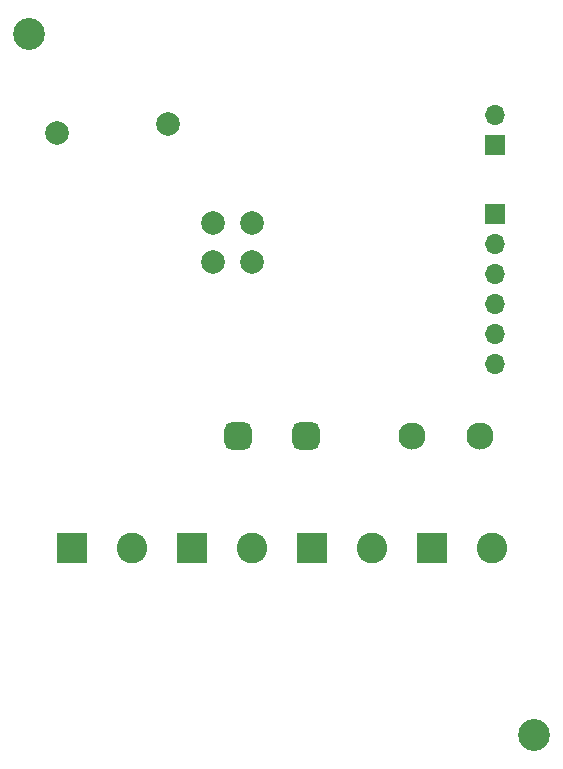
<source format=gbs>
%TF.GenerationSoftware,KiCad,Pcbnew,7.0.1*%
%TF.CreationDate,2023-05-02T23:50:36+02:00*%
%TF.ProjectId,espilepsy,65737069-6c65-4707-9379-2e6b69636164,rev?*%
%TF.SameCoordinates,Original*%
%TF.FileFunction,Soldermask,Bot*%
%TF.FilePolarity,Negative*%
%FSLAX46Y46*%
G04 Gerber Fmt 4.6, Leading zero omitted, Abs format (unit mm)*
G04 Created by KiCad (PCBNEW 7.0.1) date 2023-05-02 23:50:36*
%MOMM*%
%LPD*%
G01*
G04 APERTURE LIST*
G04 Aperture macros list*
%AMRoundRect*
0 Rectangle with rounded corners*
0 $1 Rounding radius*
0 $2 $3 $4 $5 $6 $7 $8 $9 X,Y pos of 4 corners*
0 Add a 4 corners polygon primitive as box body*
4,1,4,$2,$3,$4,$5,$6,$7,$8,$9,$2,$3,0*
0 Add four circle primitives for the rounded corners*
1,1,$1+$1,$2,$3*
1,1,$1+$1,$4,$5*
1,1,$1+$1,$6,$7*
1,1,$1+$1,$8,$9*
0 Add four rect primitives between the rounded corners*
20,1,$1+$1,$2,$3,$4,$5,0*
20,1,$1+$1,$4,$5,$6,$7,0*
20,1,$1+$1,$6,$7,$8,$9,0*
20,1,$1+$1,$8,$9,$2,$3,0*%
G04 Aperture macros list end*
%ADD10RoundRect,0.575000X-0.575000X-0.575000X0.575000X-0.575000X0.575000X0.575000X-0.575000X0.575000X0*%
%ADD11C,2.300000*%
%ADD12R,2.600000X2.600000*%
%ADD13C,2.600000*%
%ADD14C,2.700000*%
%ADD15R,1.700000X1.700000*%
%ADD16O,1.700000X1.700000*%
%ADD17C,2.000000*%
G04 APERTURE END LIST*
D10*
%TO.C,F1*%
X68655000Y-87884000D03*
X74455000Y-87884000D03*
D11*
X83355000Y-87884000D03*
X89155000Y-87884000D03*
%TD*%
D12*
%TO.C,J3*%
X64765000Y-97409000D03*
D13*
X69845000Y-97409000D03*
%TD*%
D12*
%TO.C,J2*%
X54605000Y-97409000D03*
D13*
X59685000Y-97409000D03*
%TD*%
D14*
%TO.C,H2*%
X93750000Y-113200000D03*
%TD*%
D15*
%TO.C,J1*%
X90424000Y-69088000D03*
D16*
X90424000Y-71628000D03*
X90424000Y-74168000D03*
X90424000Y-76708000D03*
X90424000Y-79248000D03*
X90424000Y-81788000D03*
%TD*%
D12*
%TO.C,J5*%
X85090000Y-97409000D03*
D13*
X90170000Y-97409000D03*
%TD*%
D14*
%TO.C,H1*%
X51000000Y-53900000D03*
%TD*%
D12*
%TO.C,J4*%
X74925000Y-97409000D03*
D13*
X80005000Y-97409000D03*
%TD*%
D15*
%TO.C,J6*%
X90424000Y-63246000D03*
D16*
X90424000Y-60706000D03*
%TD*%
D17*
%TO.C,TP1*%
X62738000Y-61468000D03*
%TD*%
%TO.C,TP5*%
X69850000Y-69850000D03*
%TD*%
%TO.C,TP3*%
X66548000Y-73152000D03*
%TD*%
%TO.C,TP6*%
X53340000Y-62230000D03*
%TD*%
%TO.C,TP4*%
X69850000Y-73152000D03*
%TD*%
%TO.C,TP2*%
X66548000Y-69850000D03*
%TD*%
M02*

</source>
